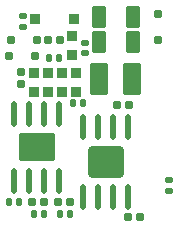
<source format=gbp>
G04*
G04 #@! TF.GenerationSoftware,Altium Limited,Altium Designer,24.1.2 (44)*
G04*
G04 Layer_Color=128*
%FSLAX25Y25*%
%MOIN*%
G70*
G04*
G04 #@! TF.SameCoordinates,64876319-8F7E-4D7F-B011-834D707076D5*
G04*
G04*
G04 #@! TF.FilePolarity,Positive*
G04*
G01*
G75*
G04:AMPARAMS|DCode=27|XSize=35.83mil|YSize=33.47mil|CornerRadius=3.35mil|HoleSize=0mil|Usage=FLASHONLY|Rotation=0.000|XOffset=0mil|YOffset=0mil|HoleType=Round|Shape=RoundedRectangle|*
%AMROUNDEDRECTD27*
21,1,0.03583,0.02677,0,0,0.0*
21,1,0.02913,0.03347,0,0,0.0*
1,1,0.00669,0.01457,-0.01339*
1,1,0.00669,-0.01457,-0.01339*
1,1,0.00669,-0.01457,0.01339*
1,1,0.00669,0.01457,0.01339*
%
%ADD27ROUNDEDRECTD27*%
G04:AMPARAMS|DCode=28|XSize=70.87mil|YSize=45.28mil|CornerRadius=4.53mil|HoleSize=0mil|Usage=FLASHONLY|Rotation=90.000|XOffset=0mil|YOffset=0mil|HoleType=Round|Shape=RoundedRectangle|*
%AMROUNDEDRECTD28*
21,1,0.07087,0.03622,0,0,90.0*
21,1,0.06181,0.04528,0,0,90.0*
1,1,0.00906,0.01811,0.03091*
1,1,0.00906,0.01811,-0.03091*
1,1,0.00906,-0.01811,-0.03091*
1,1,0.00906,-0.01811,0.03091*
%
%ADD28ROUNDEDRECTD28*%
G04:AMPARAMS|DCode=31|XSize=23.62mil|YSize=23.62mil|CornerRadius=2.36mil|HoleSize=0mil|Usage=FLASHONLY|Rotation=90.000|XOffset=0mil|YOffset=0mil|HoleType=Round|Shape=RoundedRectangle|*
%AMROUNDEDRECTD31*
21,1,0.02362,0.01890,0,0,90.0*
21,1,0.01890,0.02362,0,0,90.0*
1,1,0.00472,0.00945,0.00945*
1,1,0.00472,0.00945,-0.00945*
1,1,0.00472,-0.00945,-0.00945*
1,1,0.00472,-0.00945,0.00945*
%
%ADD31ROUNDEDRECTD31*%
G04:AMPARAMS|DCode=32|XSize=19.68mil|YSize=23.62mil|CornerRadius=1.97mil|HoleSize=0mil|Usage=FLASHONLY|Rotation=0.000|XOffset=0mil|YOffset=0mil|HoleType=Round|Shape=RoundedRectangle|*
%AMROUNDEDRECTD32*
21,1,0.01968,0.01968,0,0,0.0*
21,1,0.01575,0.02362,0,0,0.0*
1,1,0.00394,0.00787,-0.00984*
1,1,0.00394,-0.00787,-0.00984*
1,1,0.00394,-0.00787,0.00984*
1,1,0.00394,0.00787,0.00984*
%
%ADD32ROUNDEDRECTD32*%
G04:AMPARAMS|DCode=33|XSize=19.68mil|YSize=23.62mil|CornerRadius=1.97mil|HoleSize=0mil|Usage=FLASHONLY|Rotation=270.000|XOffset=0mil|YOffset=0mil|HoleType=Round|Shape=RoundedRectangle|*
%AMROUNDEDRECTD33*
21,1,0.01968,0.01968,0,0,270.0*
21,1,0.01575,0.02362,0,0,270.0*
1,1,0.00394,-0.00984,-0.00787*
1,1,0.00394,-0.00984,0.00787*
1,1,0.00394,0.00984,0.00787*
1,1,0.00394,0.00984,-0.00787*
%
%ADD33ROUNDEDRECTD33*%
G04:AMPARAMS|DCode=67|XSize=23.62mil|YSize=23.62mil|CornerRadius=2.36mil|HoleSize=0mil|Usage=FLASHONLY|Rotation=0.000|XOffset=0mil|YOffset=0mil|HoleType=Round|Shape=RoundedRectangle|*
%AMROUNDEDRECTD67*
21,1,0.02362,0.01890,0,0,0.0*
21,1,0.01890,0.02362,0,0,0.0*
1,1,0.00472,0.00945,-0.00945*
1,1,0.00472,-0.00945,-0.00945*
1,1,0.00472,-0.00945,0.00945*
1,1,0.00472,0.00945,0.00945*
%
%ADD67ROUNDEDRECTD67*%
G04:AMPARAMS|DCode=68|XSize=106.3mil|YSize=62.99mil|CornerRadius=6.3mil|HoleSize=0mil|Usage=FLASHONLY|Rotation=90.000|XOffset=0mil|YOffset=0mil|HoleType=Round|Shape=RoundedRectangle|*
%AMROUNDEDRECTD68*
21,1,0.10630,0.05039,0,0,90.0*
21,1,0.09370,0.06299,0,0,90.0*
1,1,0.01260,0.02520,0.04685*
1,1,0.01260,0.02520,-0.04685*
1,1,0.01260,-0.02520,-0.04685*
1,1,0.01260,-0.02520,0.04685*
%
%ADD68ROUNDEDRECTD68*%
G04:AMPARAMS|DCode=69|XSize=33.47mil|YSize=33.47mil|CornerRadius=3.35mil|HoleSize=0mil|Usage=FLASHONLY|Rotation=270.000|XOffset=0mil|YOffset=0mil|HoleType=Round|Shape=RoundedRectangle|*
%AMROUNDEDRECTD69*
21,1,0.03347,0.02677,0,0,270.0*
21,1,0.02677,0.03347,0,0,270.0*
1,1,0.00669,-0.01339,-0.01339*
1,1,0.00669,-0.01339,0.01339*
1,1,0.00669,0.01339,0.01339*
1,1,0.00669,0.01339,-0.01339*
%
%ADD69ROUNDEDRECTD69*%
%ADD70O,0.01968X0.08661*%
G04:AMPARAMS|DCode=71|XSize=122.05mil|YSize=94.49mil|CornerRadius=9.45mil|HoleSize=0mil|Usage=FLASHONLY|Rotation=180.000|XOffset=0mil|YOffset=0mil|HoleType=Round|Shape=RoundedRectangle|*
%AMROUNDEDRECTD71*
21,1,0.12205,0.07559,0,0,180.0*
21,1,0.10315,0.09449,0,0,180.0*
1,1,0.01890,-0.05158,0.03780*
1,1,0.01890,0.05158,0.03780*
1,1,0.01890,0.05158,-0.03780*
1,1,0.01890,-0.05158,-0.03780*
%
%ADD71ROUNDEDRECTD71*%
G04:AMPARAMS|DCode=72|XSize=118.11mil|YSize=104.33mil|CornerRadius=10.43mil|HoleSize=0mil|Usage=FLASHONLY|Rotation=0.000|XOffset=0mil|YOffset=0mil|HoleType=Round|Shape=RoundedRectangle|*
%AMROUNDEDRECTD72*
21,1,0.11811,0.08346,0,0,0.0*
21,1,0.09724,0.10433,0,0,0.0*
1,1,0.02087,0.04862,-0.04173*
1,1,0.02087,-0.04862,-0.04173*
1,1,0.02087,-0.04862,0.04173*
1,1,0.02087,0.04862,0.04173*
%
%ADD72ROUNDEDRECTD72*%
D27*
X29915Y76378D02*
D03*
X16923D02*
D03*
D28*
X49775Y76772D02*
D03*
X38358D02*
D03*
X49775Y68740D02*
D03*
X38358D02*
D03*
D31*
X12402Y54724D02*
D03*
Y58661D02*
D03*
X9055Y69291D02*
D03*
X17717D02*
D03*
X8268Y64043D02*
D03*
X16929D02*
D03*
D32*
X20155Y11417D02*
D03*
X16611D02*
D03*
X29546Y48150D02*
D03*
X33090D02*
D03*
X21549Y63255D02*
D03*
X25092D02*
D03*
X28773Y11417D02*
D03*
X25230D02*
D03*
X8268Y15354D02*
D03*
X11811D02*
D03*
D33*
X33753Y64830D02*
D03*
Y68374D02*
D03*
X12986Y77232D02*
D03*
Y73688D02*
D03*
X61750Y18915D02*
D03*
Y22459D02*
D03*
D67*
X57874Y77953D02*
D03*
Y69291D02*
D03*
X19958Y15354D02*
D03*
X16021D02*
D03*
X24639D02*
D03*
X28576D02*
D03*
X21352Y69291D02*
D03*
X25289D02*
D03*
X44285Y47677D02*
D03*
X48222D02*
D03*
X52061Y10236D02*
D03*
X48123D02*
D03*
D68*
X49213Y56299D02*
D03*
X38189D02*
D03*
D69*
X16535Y51976D02*
D03*
Y58196D02*
D03*
X30629Y51976D02*
D03*
Y58196D02*
D03*
X25938Y51976D02*
D03*
Y58196D02*
D03*
X21246Y51976D02*
D03*
Y58196D02*
D03*
X29448Y64220D02*
D03*
Y70441D02*
D03*
D70*
X25072Y22114D02*
D03*
X20072D02*
D03*
X15072D02*
D03*
X10072D02*
D03*
X25072Y44751D02*
D03*
X20072D02*
D03*
X15072D02*
D03*
X10072D02*
D03*
X48139Y16831D02*
D03*
X43139D02*
D03*
X38139D02*
D03*
X33139D02*
D03*
X48139Y40256D02*
D03*
X43139D02*
D03*
X38139D02*
D03*
X33139D02*
D03*
D71*
X17572Y33432D02*
D03*
D72*
X40639Y28543D02*
D03*
M02*

</source>
